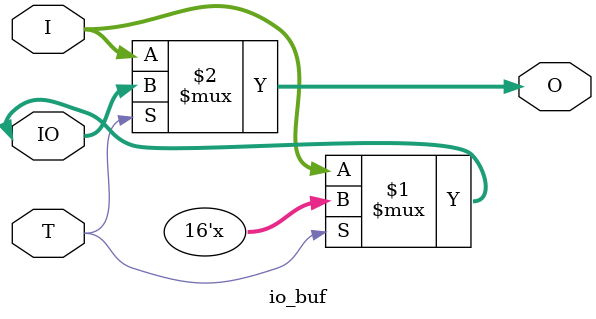
<source format=v>
`timescale 1ns / 1ps
module io_buf(
    inout [15:0] IO,
    output [15:0] O,
    input [15:0] I,
    input T
    );

	assign IO = (T) ? 16'hzzzz : I;
	assign O = (T) ? IO : I;

endmodule

</source>
